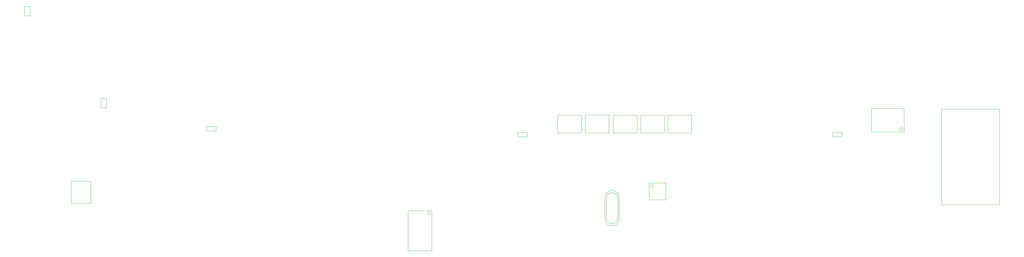
<source format=gbr>
%TF.GenerationSoftware,Altium Limited,Altium Designer,26.1.1 (7)*%
G04 Layer_Color=16711935*
%FSLAX43Y43*%
%MOMM*%
%TF.SameCoordinates,F910D8A4-5627-44EB-A571-6FFAAA827985*%
%TF.FilePolarity,Positive*%
%TF.FileFunction,Other,Mechanical_13*%
%TF.Part,Single*%
G01*
G75*
%TA.AperFunction,NonConductor*%
%ADD113C,0.100*%
D113*
X208825Y25675D02*
G03*
X208825Y25675I-500J0D01*
G01*
X197849Y21771D02*
G03*
X193199Y21771I-2325J0D01*
G01*
X193674Y15246D02*
G03*
X197374Y15246I1850J0D01*
G01*
Y21596D02*
G03*
X193674Y21596I-1850J0D01*
G01*
X193199Y15071D02*
G03*
X197849Y15071I2325J0D01*
G01*
X137221Y16827D02*
G03*
X137221Y16827I-500J0D01*
G01*
X288851Y43868D02*
G03*
X288851Y43868I-500J0D01*
G01*
X301275Y19595D02*
X319895D01*
Y50405D01*
X301275D02*
X319895D01*
X301275Y19595D02*
Y50405D01*
X203547Y42625D02*
Y48425D01*
X195887Y42625D02*
X203547D01*
X195887D02*
Y48425D01*
X203547D01*
X213372D02*
X221032D01*
X213372Y42625D02*
Y48425D01*
Y42625D02*
X221032D01*
Y48425D01*
X194531Y42687D02*
Y48487D01*
X186871Y42687D02*
X194531D01*
X186871D02*
Y48487D01*
X194531D01*
X204702Y48425D02*
X212362D01*
X204702Y42625D02*
Y48425D01*
Y42625D02*
X212362D01*
Y48425D01*
X185701Y42637D02*
Y48437D01*
X178041Y42637D02*
X185701D01*
X178041D02*
Y48437D01*
X185701D01*
X212825Y21175D02*
Y26575D01*
X207425Y21175D02*
Y26575D01*
Y21175D02*
X212825D01*
X207425Y26575D02*
X212825D01*
X193199Y15071D02*
Y21771D01*
X197849Y15071D02*
Y21771D01*
X193674Y15246D02*
Y21821D01*
X197374Y15246D02*
Y21821D01*
X137621Y4727D02*
Y17727D01*
X130021Y4727D02*
Y17727D01*
X137621D01*
X130021Y4727D02*
X137621D01*
X6898Y80400D02*
Y83500D01*
X8698Y80400D02*
Y83500D01*
X6898Y80400D02*
X8698D01*
X6898Y83500D02*
X8698D01*
X28114Y20031D02*
Y27141D01*
X21894Y20031D02*
Y27141D01*
Y20031D02*
X28114D01*
X21894Y27141D02*
X28114D01*
X65334Y43364D02*
Y44764D01*
X68334Y43364D02*
Y44764D01*
X65334D02*
X68334D01*
X65334Y43364D02*
X68334D01*
X266275Y41503D02*
X269275D01*
X266275Y42903D02*
X269275D01*
Y41503D02*
Y42903D01*
X266275Y41503D02*
Y42903D01*
X165260Y41470D02*
Y42870D01*
X168260Y41470D02*
Y42870D01*
X165260D02*
X168260D01*
X165260Y41470D02*
X168260D01*
X31465Y53875D02*
X33265D01*
X31465Y50775D02*
X33265D01*
Y53875D01*
X31465Y50775D02*
Y53875D01*
X278751Y42968D02*
X289251D01*
X278751Y50568D02*
X289251D01*
Y42968D02*
Y50568D01*
X278751Y42968D02*
Y50568D01*
%TF.MD5,075bec6f93571b553c8837d01c5b7751*%
M02*

</source>
